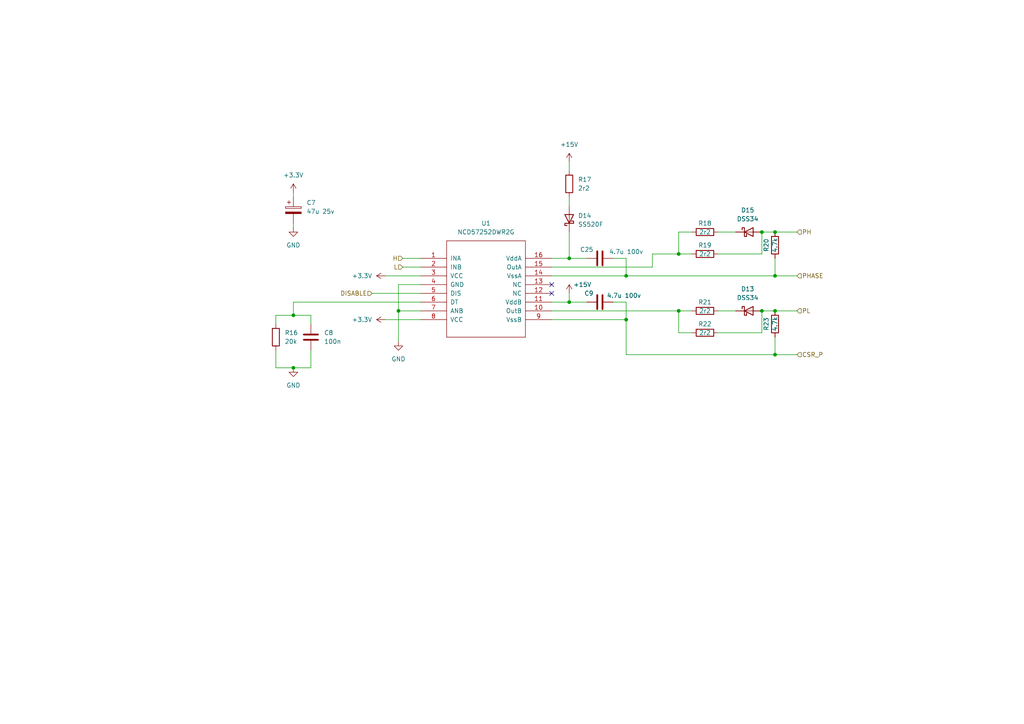
<source format=kicad_sch>
(kicad_sch (version 20230121) (generator eeschema)
  (paper "A4")
  (lib_symbols
    (symbol "Device:C" (pin_numbers hide) (pin_names (offset 0.254))
      (property "Reference" "C" (at 0.635 2.54 0))
      (property "Value" "C" (at 0.635 -2.54 0))
      (symbol "C_0_1"
        (polyline (pts (xy -2.032 -0.762) (xy 2.032 -0.762)) (stroke (width 0.508)))
        (polyline (pts (xy -2.032 0.762) (xy 2.032 0.762)) (stroke (width 0.508)))
      )
      (symbol "C_1_1"
        (pin passive line (at 0 3.81 270) (length 2.794) (name "~") (number "1"))
        (pin passive line (at 0 -3.81 90) (length 2.794) (name "~") (number "2"))
      )
    )
    (symbol "Device:C_Polarized" (pin_numbers hide) (pin_names (offset 0.254))
      (property "Reference" "C" (at 0.635 2.54 0))
      (property "Value" "C_Polarized" (at 0.635 -2.54 0))
      (symbol "C_Polarized_0_1"
        (rectangle (start -2.286 0.508) (end 2.286 1.016))
        (polyline (pts (xy -1.778 2.286) (xy -0.762 2.286)))
        (polyline (pts (xy -1.27 2.794) (xy -1.27 1.778)))
        (rectangle (start 2.286 -0.508) (end -2.286 -1.016) (fill (type outline)))
      )
      (symbol "C_Polarized_1_1"
        (pin passive line (at 0 3.81 270) (length 2.794) (name "~") (number "1"))
        (pin passive line (at 0 -3.81 90) (length 2.794) (name "~") (number "2"))
      )
    )
    (symbol "Device:D_Schottky" (pin_numbers hide) (pin_names (offset 1.016) hide)
      (property "Reference" "D" (at 0 2.54 0))
      (property "Value" "D_Schottky" (at 0 -2.54 0))
      (symbol "D_Schottky_0_1"
        (polyline (pts (xy 1.27 0) (xy -1.27 0)))
        (polyline (pts (xy 1.27 1.27) (xy 1.27 -1.27) (xy -1.27 0) (xy 1.27 1.27)) (stroke (width 0.254)))
        (polyline (pts (xy -1.905 0.635) (xy -1.905 1.27) (xy -1.27 1.27) (xy -1.27 -1.27) (xy -0.635 -1.27) (xy -0.635 -0.635)) (stroke (width 0.254)))
      )
      (symbol "D_Schottky_1_1"
        (pin passive line (at -3.81 0 0) (length 2.54) (name "K") (number "1"))
        (pin passive line (at 3.81 0 180) (length 2.54) (name "A") (number "2"))
      )
    )
    (symbol "Device:R" (pin_numbers hide) (pin_names (offset 0))
      (property "Reference" "R" (at 2.032 0 90))
      (property "Value" "R" (at 0 0 90))
      (symbol "R_0_1"
        (rectangle (start -1.016 -2.54) (end 1.016 2.54) (stroke (width 0.254)))
      )
      (symbol "R_1_1"
        (pin passive line (at 0 3.81 270) (length 1.27) (name "~") (number "1"))
        (pin passive line (at 0 -3.81 90) (length 1.27) (name "~") (number "2"))
      )
    )
    (symbol "GigaVescSymbols:NCD57252DWR2G" (pin_names (offset 1.016))
      (property "Reference" "U" (at 0 15.24 0))
      (property "Value" "NCD57252DWR2G" (at 0 -15.24 0))
      (symbol "NCD57252DWR2G_1_0"
        (rectangle (start -11.43 -13.97) (end 11.43 13.97))
      )
      (symbol "NCD57252DWR2G_1_1"
        (pin input line (at -19.05 8.89 0) (length 7.62) (name "INA") (number "1"))
        (pin input line (at 19.05 -6.35 180) (length 7.62) (name "OutB") (number "10"))
        (pin input line (at 19.05 -3.81 180) (length 7.62) (name "VddB") (number "11"))
        (pin input line (at 19.05 -1.27 180) (length 7.62) (name "NC") (number "12"))
        (pin input line (at 19.05 1.27 180) (length 7.62) (name "NC") (number "13"))
        (pin input line (at 19.05 3.81 180) (length 7.62) (name "VssA") (number "14"))
        (pin input line (at 19.05 6.35 180) (length 7.62) (name "OutA") (number "15"))
        (pin input line (at 19.05 8.89 180) (length 7.62) (name "VddA") (number "16"))
        (pin input line (at -19.05 6.35 0) (length 7.62) (name "INB") (number "2"))
        (pin input line (at -19.05 3.81 0) (length 7.62) (name "VCC") (number "3"))
        (pin input line (at -19.05 1.27 0) (length 7.62) (name "GND") (number "4"))
        (pin input line (at -19.05 -1.27 0) (length 7.62) (name "DIS") (number "5"))
        (pin input line (at -19.05 -3.81 0) (length 7.62) (name "DT") (number "6"))
        (pin input line (at -19.05 -6.35 0) (length 7.62) (name "ANB") (number "7"))
        (pin input line (at -19.05 -8.89 0) (length 7.62) (name "VCC") (number "8"))
        (pin input line (at 19.05 -8.89 180) (length 7.62) (name "VssB") (number "9"))
      )
    )
    (symbol "power:+15V" (power) (pin_names (offset 0))
      (property "Value" "+15V" (at 0 3.556 0))
      (symbol "+15V_0_1"
        (polyline (pts (xy -0.762 1.27) (xy 0 2.54)))
        (polyline (pts (xy 0 0) (xy 0 2.54)))
        (polyline (pts (xy 0 2.54) (xy 0.762 1.27)))
      )
      (symbol "+15V_1_1"
        (pin power_in line (at 0 0 90) (length 0) hide (name "+15V") (number "1"))
      )
    )
    (symbol "power:+3.3V" (power) (pin_names (offset 0))
      (property "Value" "+3.3V" (at 0 3.556 0))
      (symbol "+3.3V_0_1"
        (polyline (pts (xy -0.762 1.27) (xy 0 2.54)))
        (polyline (pts (xy 0 0) (xy 0 2.54)))
        (polyline (pts (xy 0 2.54) (xy 0.762 1.27)))
      )
      (symbol "+3.3V_1_1"
        (pin power_in line (at 0 0 90) (length 0) hide (name "+3.3V") (number "1"))
      )
    )
    (symbol "power:GND" (power) (pin_names (offset 0))
      (property "Value" "GND" (at 0 -3.81 0))
      (symbol "GND_0_1"
        (polyline (pts (xy 0 0) (xy 0 -1.27) (xy 1.27 -1.27) (xy 0 -2.54) (xy -1.27 -1.27) (xy 0 -1.27)))
      )
      (symbol "GND_1_1"
        (pin power_in line (at 0 0 270) (length 0) hide (name "GND") (number "1"))
      )
    )
  )
  (junction (at 224.79 67.31))
  (junction (at 224.79 80.01))
  (junction (at 196.85 73.66))
  (junction (at 115.57 90.17))
  (junction (at 224.79 90.17))
  (junction (at 85.09 91.44))
  (junction (at 220.98 67.31))
  (junction (at 181.61 80.01))
  (junction (at 224.79 102.87))
  (junction (at 85.09 106.68))
  (junction (at 165.1 87.63))
  (junction (at 196.85 90.17))
  (junction (at 181.61 92.71))
  (junction (at 220.98 90.17))
  (junction (at 165.1 74.93))
  (no_connect (at 160.02 85.09))
  (no_connect (at 160.02 82.55))
  (wire (pts (xy 165.1 74.93) (xy 160.02 74.93)))
  (wire (pts (xy 196.85 90.17) (xy 200.66 90.17)))
  (wire (pts (xy 196.85 96.52) (xy 200.66 96.52)))
  (wire (pts (xy 85.09 55.88) (xy 85.09 57.15)))
  (wire (pts (xy 165.1 87.63) (xy 170.18 87.63)))
  (wire (pts (xy 115.57 82.55) (xy 115.57 90.17)))
  (wire (pts (xy 85.09 64.77) (xy 85.09 66.04)))
  (wire (pts (xy 165.1 74.93) (xy 170.18 74.93)))
  (wire (pts (xy 220.98 73.66) (xy 208.28 73.66)))
  (wire (pts (xy 160.02 77.47) (xy 189.23 77.47)))
  (wire (pts (xy 196.85 90.17) (xy 196.85 96.52)))
  (wire (pts (xy 111.76 80.01) (xy 121.92 80.01)))
  (wire (pts (xy 90.17 91.44) (xy 90.17 93.98)))
  (wire (pts (xy 80.01 93.98) (xy 80.01 91.44)))
  (wire (pts (xy 116.84 77.47) (xy 121.92 77.47)))
  (wire (pts (xy 224.79 74.93) (xy 224.79 80.01)))
  (wire (pts (xy 181.61 92.71) (xy 160.02 92.71)))
  (wire (pts (xy 189.23 73.66) (xy 196.85 73.66)))
  (wire (pts (xy 208.28 67.31) (xy 213.36 67.31)))
  (wire (pts (xy 220.98 67.31) (xy 220.98 73.66)))
  (wire (pts (xy 80.01 106.68) (xy 85.09 106.68)))
  (wire (pts (xy 160.02 87.63) (xy 165.1 87.63)))
  (wire (pts (xy 224.79 97.79) (xy 224.79 102.87)))
  (wire (pts (xy 85.09 91.44) (xy 90.17 91.44)))
  (wire (pts (xy 160.02 90.17) (xy 196.85 90.17)))
  (wire (pts (xy 181.61 102.87) (xy 181.61 92.71)))
  (wire (pts (xy 85.09 106.68) (xy 90.17 106.68)))
  (wire (pts (xy 220.98 96.52) (xy 208.28 96.52)))
  (wire (pts (xy 224.79 102.87) (xy 181.61 102.87)))
  (wire (pts (xy 220.98 90.17) (xy 220.98 96.52)))
  (wire (pts (xy 115.57 90.17) (xy 115.57 99.06)))
  (wire (pts (xy 121.92 87.63) (xy 85.09 87.63)))
  (wire (pts (xy 181.61 87.63) (xy 181.61 92.71)))
  (wire (pts (xy 196.85 73.66) (xy 196.85 67.31)))
  (wire (pts (xy 200.66 73.66) (xy 196.85 73.66)))
  (wire (pts (xy 220.98 67.31) (xy 224.79 67.31)))
  (wire (pts (xy 80.01 91.44) (xy 85.09 91.44)))
  (wire (pts (xy 224.79 80.01) (xy 231.14 80.01)))
  (wire (pts (xy 90.17 106.68) (xy 90.17 101.6)))
  (wire (pts (xy 208.28 90.17) (xy 213.36 90.17)))
  (wire (pts (xy 111.76 92.71) (xy 121.92 92.71)))
  (wire (pts (xy 224.79 102.87) (xy 231.14 102.87)))
  (wire (pts (xy 224.79 67.31) (xy 231.14 67.31)))
  (wire (pts (xy 80.01 101.6) (xy 80.01 106.68)))
  (wire (pts (xy 189.23 77.47) (xy 189.23 73.66)))
  (wire (pts (xy 121.92 90.17) (xy 115.57 90.17)))
  (wire (pts (xy 85.09 87.63) (xy 85.09 91.44)))
  (wire (pts (xy 220.98 90.17) (xy 224.79 90.17)))
  (wire (pts (xy 121.92 82.55) (xy 115.57 82.55)))
  (wire (pts (xy 165.1 57.15) (xy 165.1 59.69)))
  (wire (pts (xy 181.61 80.01) (xy 224.79 80.01)))
  (wire (pts (xy 116.84 74.93) (xy 121.92 74.93)))
  (wire (pts (xy 224.79 90.17) (xy 231.14 90.17)))
  (wire (pts (xy 177.8 87.63) (xy 181.61 87.63)))
  (wire (pts (xy 181.61 74.93) (xy 177.8 74.93)))
  (wire (pts (xy 165.1 87.63) (xy 165.1 85.09)))
  (wire (pts (xy 165.1 67.31) (xy 165.1 74.93)))
  (wire (pts (xy 160.02 80.01) (xy 181.61 80.01)))
  (wire (pts (xy 107.95 85.09) (xy 121.92 85.09)))
  (wire (pts (xy 181.61 80.01) (xy 181.61 74.93)))
  (wire (pts (xy 196.85 67.31) (xy 200.66 67.31)))
  (wire (pts (xy 165.1 46.99) (xy 165.1 49.53)))
  (hierarchical_label "CSR_P" (shape input) (at 231.14 102.87 0))
  (hierarchical_label "PL" (shape input) (at 231.14 90.17 0))
  (hierarchical_label "H" (shape input) (at 116.84 74.93 180))
  (hierarchical_label "PH" (shape input) (at 231.14 67.31 0))
  (hierarchical_label "L" (shape input) (at 116.84 77.47 180))
  (hierarchical_label "PHASE" (shape input) (at 231.14 80.01 0))
  (hierarchical_label "DISABLE" (shape input) (at 107.95 85.09 180))
  (symbol (lib_id "Device:R") (at 80.01 97.79 0) (unit 1)
    (property "Reference" "R16" (at 82.55 96.52 0) (effects (justify left)))
    (property "Value" "20k" (at 82.55 99.06 0) (effects (justify left)))
    (property "Footprint" "Resistor_SMD:R_0805_2012Metric" (effects hide))
    (instances (project "GigaVescDrivers" (path "" (reference "R16") (unit 1)) (path "" (reference "R24") (unit 1)) (path "" (reference "R34") (unit 1))))
  )
  (symbol (lib_id "Device:R") (at 224.79 71.12 180) (unit 1)
    (property "Reference" "R20" (at 222.25 71.12 90))
    (property "Value" "4.7k" (at 224.79 71.12 90))
    (property "Footprint" "Resistor_SMD:R_0805_2012Metric" (effects hide))
    (instances (project "GigaVescDrivers" (path "" (reference "R20") (unit 1)) (path "" (reference "R30") (unit 1)) (path "" (reference "R40") (unit 1))))
  )
  (symbol (lib_id "Device:R") (at 204.47 67.31 90) (unit 1)
    (property "Reference" "R18" (at 204.47 64.77 90))
    (property "Value" "2r2" (at 204.47 67.31 90))
    (property "Footprint" "Resistor_SMD:R_0805_2012Metric" (effects hide))
    (instances (project "GigaVescDrivers" (path "" (reference "R18") (unit 1)) (path "" (reference "R26") (unit 1)) (path "" (reference "R36") (unit 1))))
  )
  (symbol (lib_id "Device:D_Schottky") (at 217.17 67.31 0) (unit 1)
    (property "Reference" "D15" (at 216.8525 60.96 0))
    (property "Value" "DSS34" (at 216.8525 63.5 0))
    (property "Footprint" "Diode_SMD:D_SOD-123F" (effects hide))
    (instances (project "GigaVescDrivers" (path "" (reference "D15") (unit 1)) (path "" (reference "D17") (unit 1)) (path "" (reference "D28") (unit 1))))
  )
  (symbol (lib_id "Device:C_Polarized") (at 85.09 60.96 0) (unit 1)
    (property "Reference" "C7" (at 88.9 58.801 0) (effects (justify left)))
    (property "Value" "47u 25v" (at 88.9 61.341 0) (effects (justify left)))
    (property "Footprint" "Capacitor_SMD:CP_Elec_5x5.4" (effects hide))
    (instances (project "GigaVescDrivers" (path "" (reference "C7") (unit 1)) (path "" (reference "C11") (unit 1)) (path "" (reference "C16") (unit 1))))
  )
  (symbol (lib_id "power:GND") (at 85.09 66.04 0) (unit 1)
    (property "Reference" "#PWR026" (effects hide))
    (property "Value" "GND" (at 85.09 71.12 0))
    (instances (project "GigaVescDrivers" (path "" (reference "#PWR026") (unit 1)) (path "" (reference "#PWR033") (unit 1)) (path "" (reference "#PWR046") (unit 1))))
  )
  (symbol (lib_id "Device:R") (at 224.79 93.98 180) (unit 1)
    (property "Reference" "R23" (at 222.25 93.98 90))
    (property "Value" "4.7k" (at 224.79 93.98 90))
    (property "Footprint" "Resistor_SMD:R_0805_2012Metric" (effects hide))
    (instances (project "GigaVescDrivers" (path "" (reference "R23") (unit 1)) (path "" (reference "R31") (unit 1)) (path "" (reference "R41") (unit 1))))
  )
  (symbol (lib_id "Device:R") (at 165.1 53.34 0) (unit 1)
    (property "Reference" "R17" (at 167.64 52.07 0) (effects (justify left)))
    (property "Value" "2r2" (at 167.64 54.61 0) (effects (justify left)))
    (property "Footprint" "Resistor_SMD:R_0805_2012Metric" (effects hide))
    (instances (project "GigaVescDrivers" (path "" (reference "R17") (unit 1)) (path "" (reference "R25") (unit 1)) (path "" (reference "R35") (unit 1))))
  )
  (symbol (lib_id "power:+3.3V") (at 111.76 80.01 90) (unit 1)
    (property "Reference" "#PWR028" (effects hide))
    (property "Value" "+3.3V" (at 107.95 80.01 90) (effects (justify left)))
    (instances (project "GigaVescDrivers" (path "" (reference "#PWR028") (unit 1)) (path "" (reference "#PWR035") (unit 1)) (path "" (reference "#PWR048") (unit 1))))
  )
  (symbol (lib_id "power:GND") (at 115.57 99.06 0) (unit 1)
    (property "Reference" "#PWR027" (effects hide))
    (property "Value" "GND" (at 115.57 104.14 0))
    (instances (project "GigaVescDrivers" (path "" (reference "#PWR027") (unit 1)) (path "" (reference "#PWR037") (unit 1)) (path "" (reference "#PWR050") (unit 1))))
  )
  (symbol (lib_id "Device:R") (at 204.47 90.17 90) (unit 1)
    (property "Reference" "R21" (at 204.47 87.63 90))
    (property "Value" "2r2" (at 204.47 90.17 90))
    (property "Footprint" "Resistor_SMD:R_0805_2012Metric" (effects hide))
    (instances (project "GigaVescDrivers" (path "" (reference "R21") (unit 1)) (path "" (reference "R28") (unit 1)) (path "" (reference "R38") (unit 1))))
  )
  (symbol (lib_id "power:+15V") (at 165.1 85.09 0) (unit 1)
    (property "Reference" "#PWR031" (effects hide))
    (property "Value" "+15V" (at 168.91 82.55 0))
    (instances (project "GigaVescDrivers" (path "" (reference "#PWR031") (unit 1)) (path "" (reference "#PWR039") (unit 1)) (path "" (reference "#PWR052") (unit 1))))
  )
  (symbol (lib_id "Device:D_Schottky") (at 165.1 63.5 90) (unit 1)
    (property "Reference" "D14" (at 167.64 62.5475 90) (effects (justify right)))
    (property "Value" "SS520F" (at 167.64 65.0875 90) (effects (justify right)))
    (property "Footprint" "Diode_SMD:D_SMA" (effects hide))
    (instances (project "GigaVescDrivers" (path "" (reference "D14") (unit 1)) (path "" (reference "D16") (unit 1)) (path "" (reference "D27") (unit 1))))
  )
  (symbol (lib_id "power:GND") (at 85.09 106.68 0) (unit 1)
    (property "Reference" "#PWR030" (effects hide))
    (property "Value" "GND" (at 85.09 111.76 0))
    (instances (project "GigaVescDrivers" (path "" (reference "#PWR030") (unit 1)) (path "" (reference "#PWR034") (unit 1)) (path "" (reference "#PWR047") (unit 1))))
  )
  (symbol (lib_id "power:+3.3V") (at 111.76 92.71 90) (unit 1)
    (property "Reference" "#PWR029" (effects hide))
    (property "Value" "+3.3V" (at 107.95 92.71 90) (effects (justify left)))
    (instances (project "GigaVescDrivers" (path "" (reference "#PWR029") (unit 1)) (path "" (reference "#PWR036") (unit 1)) (path "" (reference "#PWR049") (unit 1))))
  )
  (symbol (lib_id "Device:C") (at 90.17 97.79 0) (unit 1)
    (property "Reference" "C8" (at 93.98 96.52 0) (effects (justify left)))
    (property "Value" "100n" (at 93.98 99.06 0) (effects (justify left)))
    (property "Footprint" "Capacitor_SMD:C_0805_2012Metric" (effects hide))
    (instances (project "GigaVescDrivers" (path "" (reference "C8") (unit 1)) (path "" (reference "C12") (unit 1)) (path "" (reference "C17") (unit 1))))
  )
  (symbol (lib_id "GigaVescSymbols:NCD57252DWR2G") (at 140.97 83.82 0) (unit 1)
    (property "Reference" "U1" (at 140.97 64.77 0))
    (property "Value" "NCD57252DWR2G" (at 140.97 67.31 0))
    (property "Footprint" "Package_SO:SOIC-16W_7.5x10.3mm_P1.27mm" (effects hide))
    (property "Datasheet" "DOCUMENTATION" (effects hide))
    (instances (project "GigaVescDrivers" (path "" (reference "U1") (unit 1)) (path "" (reference "U1") (unit 1)) (path "" (reference "U7") (unit 1)) (path "" (reference "U9") (unit 1))))
  )
  (symbol (lib_id "power:+15V") (at 165.1 46.99 0) (unit 1)
    (property "Reference" "#PWR024" (effects hide))
    (property "Value" "+15V" (at 165.1 41.91 0))
    (instances (project "GigaVescDrivers" (path "" (reference "#PWR024") (unit 1)) (path "" (reference "#PWR038") (unit 1)) (path "" (reference "#PWR051") (unit 1))))
  )
  (symbol (lib_id "Device:C") (at 173.99 87.63 90) (unit 1)
    (property "Reference" "C9" (at 170.815 85.09 90))
    (property "Value" "4.7u 100v" (at 180.975 85.725 90))
    (property "Footprint" "Capacitor_SMD:C_0805_2012Metric" (effects hide))
    (instances (project "GigaVescDrivers" (path "" (reference "C9") (unit 1)) (path "" (reference "C10") (unit 1)) (path "" (reference "C13") (unit 1))))
  )
  (symbol (lib_id "Device:D_Schottky") (at 217.17 90.17 0) (unit 1)
    (property "Reference" "D13" (at 216.8525 83.82 0))
    (property "Value" "DSS34" (at 216.8525 86.36 0))
    (property "Footprint" "Diode_SMD:D_SOD-123F" (effects hide))
    (instances (project "GigaVescDrivers" (path "" (reference "D13") (unit 1)) (path "" (reference "D18") (unit 1)) (path "" (reference "D29") (unit 1))))
  )
  (symbol (lib_id "power:+3.3V") (at 85.09 55.88 0) (unit 1)
    (property "Reference" "#PWR025" (effects hide))
    (property "Value" "+3.3V" (at 85.09 50.8 0))
    (instances (project "GigaVescDrivers" (path "" (reference "#PWR025") (unit 1)) (path "" (reference "#PWR032") (unit 1)) (path "" (reference "#PWR045") (unit 1))))
  )
  (symbol (lib_id "Device:C") (at 173.99 74.93 90) (unit 1)
    (property "Reference" "C25" (at 170.18 72.39 90))
    (property "Value" "4.7u 100v" (at 181.61 73.025 90))
    (property "Footprint" "Capacitor_SMD:C_0805_2012Metric" (effects hide))
    (instances (project "GigaVescDrivers" (path "" (reference "C25") (unit 1)) (path "" (reference "C26") (unit 1)) (path "" (reference "C27") (unit 1))))
  )
  (symbol (lib_id "Device:R") (at 204.47 73.66 90) (unit 1)
    (property "Reference" "R19" (at 204.47 71.12 90))
    (property "Value" "2r2" (at 204.47 73.66 90))
    (property "Footprint" "Resistor_SMD:R_0805_2012Metric" (effects hide))
    (instances (project "GigaVescDrivers" (path "" (reference "R19") (unit 1)) (path "" (reference "R27") (unit 1)) (path "" (reference "R37") (unit 1))))
  )
  (symbol (lib_id "Device:R") (at 204.47 96.52 90) (unit 1)
    (property "Reference" "R22" (at 204.47 93.98 90))
    (property "Value" "2r2" (at 204.47 96.52 90))
    (property "Footprint" "Resistor_SMD:R_0805_2012Metric" (effects hide))
    (instances (project "GigaVescDrivers" (path "" (reference "R22") (unit 1)) (path "" (reference "R29") (unit 1)) (path "" (reference "R39") (unit 1))))
  )
)
</source>
